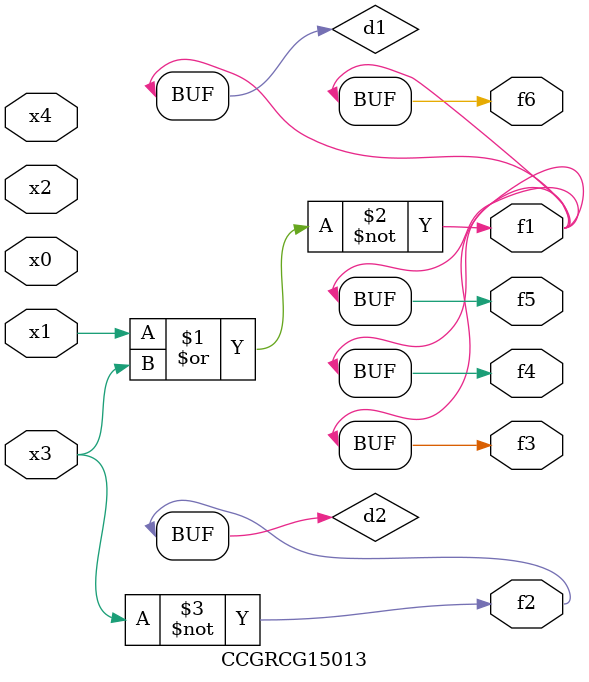
<source format=v>
module CCGRCG15013(
	input x0, x1, x2, x3, x4,
	output f1, f2, f3, f4, f5, f6
);

	wire d1, d2;

	nor (d1, x1, x3);
	not (d2, x3);
	assign f1 = d1;
	assign f2 = d2;
	assign f3 = d1;
	assign f4 = d1;
	assign f5 = d1;
	assign f6 = d1;
endmodule

</source>
